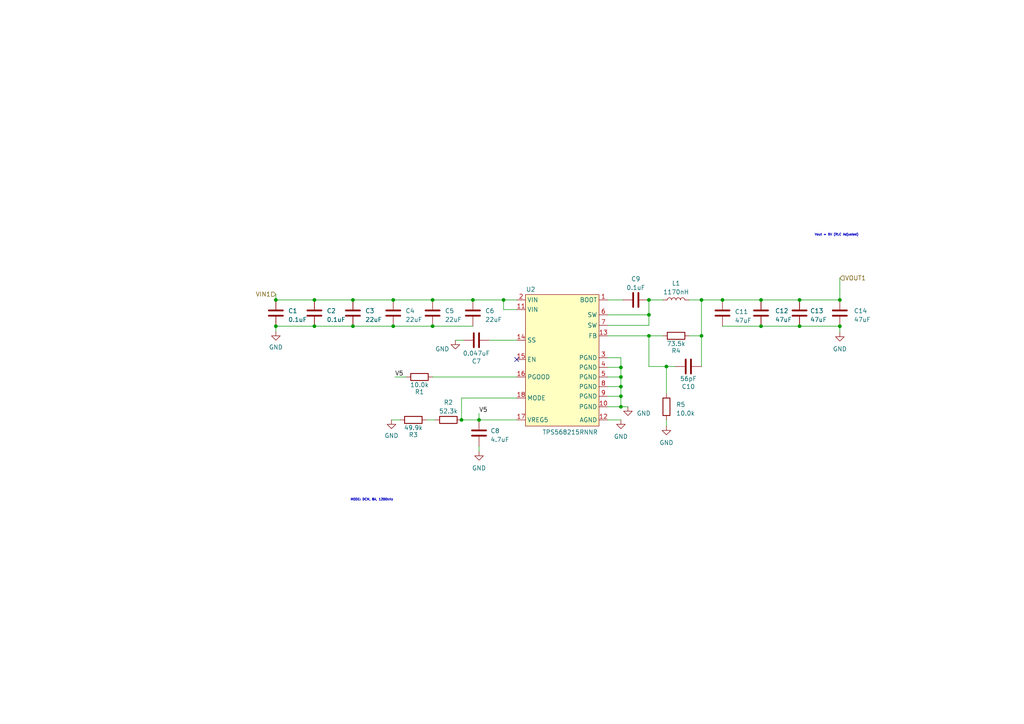
<source format=kicad_sch>
(kicad_sch (version 20230409) (generator eeschema)
  (paper "A4")
  (lib_symbols
    (symbol "Device:C" (pin_numbers hide) (pin_names (offset 0.254))
      (property "Reference" "C" (at 0.635 2.54 0))
      (property "Value" "C" (at 0.635 -2.54 0))
      (symbol "C_0_1"
        (polyline (pts (xy -2.032 -0.762) (xy 2.032 -0.762)) (stroke (width 0.508)))
        (polyline (pts (xy -2.032 0.762) (xy 2.032 0.762)) (stroke (width 0.508)))
      )
      (symbol "C_1_1"
        (pin passive line (at 0 3.81 270) (length 2.794) (name "~") (number "1"))
        (pin passive line (at 0 -3.81 90) (length 2.794) (name "~") (number "2"))
      )
    )
    (symbol "Device:L" (pin_numbers hide) (pin_names (offset 1.016) hide)
      (property "Reference" "L" (at -1.27 0 90))
      (property "Value" "L" (at 1.905 0 90))
      (symbol "L_0_1"
        (arc (start 0 -2.54) (mid 0.6323 -1.905) (end 0 -1.27))
        (arc (start 0 -1.27) (mid 0.6323 -0.635) (end 0 0))
        (arc (start 0 0) (mid 0.6323 0.635) (end 0 1.27))
        (arc (start 0 1.27) (mid 0.6323 1.905) (end 0 2.54))
      )
      (symbol "L_1_1"
        (pin passive line (at 0 3.81 270) (length 1.27) (name "1") (number "1"))
        (pin passive line (at 0 -3.81 90) (length 1.27) (name "2") (number "2"))
      )
    )
    (symbol "Device:R" (pin_numbers hide) (pin_names (offset 0))
      (property "Reference" "R" (at 2.032 0 90))
      (property "Value" "R" (at 0 0 90))
      (symbol "R_0_1"
        (rectangle (start -1.016 -2.54) (end 1.016 2.54) (stroke (width 0.254)))
      )
      (symbol "R_1_1"
        (pin passive line (at 0 3.81 270) (length 1.27) (name "~") (number "1"))
        (pin passive line (at 0 -3.81 90) (length 1.27) (name "~") (number "2"))
      )
    )
    (symbol "power:GND" (power) (pin_names (offset 0))
      (property "Value" "GND" (at 0 -3.81 0))
      (symbol "GND_0_1"
        (polyline (pts (xy 0 0) (xy 0 -1.27) (xy 1.27 -1.27) (xy 0 -2.54) (xy -1.27 -1.27) (xy 0 -1.27)))
      )
      (symbol "GND_1_1"
        (pin power_in line (at 0 0 270) (length 0) hide (name "GND") (number "1"))
      )
    )
    (symbol "tps568215rnnr:TPS568215RNNR"
      (property "Reference" "U" (at -9.906 20.32 0))
      (property "Value" "TPS568215RNNR" (at 3.048 20.32 0))
      (symbol "TPS568215RNNR_1_1"
        (rectangle (start -10.668 18.796) (end 10.668 -19.304) (fill (type background)))
        (pin input line (at 13.208 17.272 180) (length 2.54) (name "BOOT") (number "1"))
        (pin power_in line (at 13.208 -13.716 180) (length 2.54) (name "PGND") (number "10"))
        (pin power_in line (at -13.208 14.478 0) (length 2.54) (name "VIN") (number "11"))
        (pin power_in line (at 13.208 -17.526 180) (length 2.54) (name "AGND") (number "12"))
        (pin output line (at 13.208 6.858 180) (length 2.54) (name "FB") (number "13"))
        (pin input line (at -13.208 5.588 0) (length 2.54) (name "SS") (number "14"))
        (pin input line (at -13.208 0 0) (length 2.54) (name "EN") (number "15"))
        (pin output line (at -13.208 -5.08 0) (length 2.54) (name "PGOOD") (number "16"))
        (pin input line (at -13.208 -17.526 0) (length 2.54) (name "VREG5") (number "17"))
        (pin input line (at -13.208 -11.176 0) (length 2.54) (name "MODE") (number "18"))
        (pin power_in line (at -13.208 17.272 0) (length 2.54) (name "VIN") (number "2"))
        (pin power_in line (at 13.208 0.508 180) (length 2.54) (name "PGND") (number "3"))
        (pin power_in line (at 13.208 -2.286 180) (length 2.54) (name "PGND") (number "4"))
        (pin power_in line (at 13.208 -5.08 180) (length 2.54) (name "PGND") (number "5"))
        (pin output line (at 13.208 12.954 180) (length 2.54) (name "SW") (number "6"))
        (pin output line (at 13.208 9.906 180) (length 2.54) (name "SW") (number "7"))
        (pin power_in line (at 13.208 -7.874 180) (length 2.54) (name "PGND") (number "8"))
        (pin power_in line (at 13.208 -10.668 180) (length 2.54) (name "PGND") (number "9"))
      )
    )
  )
  (junction (at 180.086 112.141))
  (junction (at 188.214 86.995))
  (junction (at 80.01 86.995))
  (junction (at 91.186 94.615))
  (junction (at 180.086 106.553))
  (junction (at 209.55 86.995))
  (junction (at 188.214 91.313))
  (junction (at 243.586 94.615))
  (junction (at 180.086 117.983))
  (junction (at 137.16 86.995))
  (junction (at 114.046 94.615))
  (junction (at 220.726 94.615))
  (junction (at 180.086 109.347))
  (junction (at 102.362 94.615))
  (junction (at 203.454 86.995))
  (junction (at 220.726 86.995))
  (junction (at 193.294 106.299))
  (junction (at 138.938 121.793))
  (junction (at 203.454 97.409))
  (junction (at 91.186 86.995))
  (junction (at 231.902 94.615))
  (junction (at 114.046 86.995))
  (junction (at 125.476 86.995))
  (junction (at 180.086 114.935))
  (junction (at 231.902 86.995))
  (junction (at 188.214 97.409))
  (junction (at 146.05 86.995))
  (junction (at 133.858 121.793))
  (junction (at 243.586 86.995))
  (junction (at 102.362 86.995))
  (junction (at 80.01 94.615))
  (junction (at 125.476 94.615))
  (no_connect (at 149.86 104.267))
  (wire (pts (xy 203.454 86.995) (xy 199.898 86.995)))
  (wire (pts (xy 176.276 106.553) (xy 180.086 106.553)))
  (wire (pts (xy 180.086 103.759) (xy 180.086 106.553)))
  (wire (pts (xy 188.214 94.361) (xy 188.214 91.313)))
  (wire (pts (xy 138.938 129.413) (xy 138.938 130.937)))
  (wire (pts (xy 203.454 86.995) (xy 209.55 86.995)))
  (wire (pts (xy 180.086 117.983) (xy 182.118 117.983)))
  (wire (pts (xy 195.834 106.299) (xy 193.294 106.299)))
  (wire (pts (xy 176.276 117.983) (xy 180.086 117.983)))
  (wire (pts (xy 149.86 89.789) (xy 146.05 89.789)))
  (wire (pts (xy 180.086 112.141) (xy 180.086 114.935)))
  (wire (pts (xy 180.086 109.347) (xy 180.086 112.141)))
  (wire (pts (xy 123.698 121.793) (xy 126.238 121.793)))
  (wire (pts (xy 203.454 97.409) (xy 203.454 86.995)))
  (wire (pts (xy 146.05 89.789) (xy 146.05 86.995)))
  (wire (pts (xy 193.294 106.299) (xy 193.294 114.173)))
  (wire (pts (xy 80.01 86.995) (xy 91.186 86.995)))
  (wire (pts (xy 114.554 109.347) (xy 117.856 109.347)))
  (wire (pts (xy 176.276 112.141) (xy 180.086 112.141)))
  (wire (pts (xy 176.276 86.995) (xy 180.594 86.995)))
  (wire (pts (xy 180.086 106.553) (xy 180.086 109.347)))
  (wire (pts (xy 137.16 86.995) (xy 146.05 86.995)))
  (wire (pts (xy 176.276 94.361) (xy 188.214 94.361)))
  (wire (pts (xy 133.858 115.443) (xy 133.858 121.793)))
  (wire (pts (xy 188.214 91.313) (xy 188.214 86.995)))
  (wire (pts (xy 199.898 97.409) (xy 203.454 97.409)))
  (wire (pts (xy 243.586 80.645) (xy 243.586 86.995)))
  (wire (pts (xy 132.08 98.679) (xy 134.366 98.679)))
  (wire (pts (xy 176.276 121.793) (xy 180.086 121.793)))
  (wire (pts (xy 125.476 94.615) (xy 137.16 94.615)))
  (wire (pts (xy 125.476 109.347) (xy 149.86 109.347)))
  (wire (pts (xy 114.046 86.995) (xy 125.476 86.995)))
  (wire (pts (xy 231.902 86.995) (xy 243.586 86.995)))
  (wire (pts (xy 146.05 86.995) (xy 149.86 86.995)))
  (wire (pts (xy 80.01 94.615) (xy 91.186 94.615)))
  (wire (pts (xy 91.186 86.995) (xy 102.362 86.995)))
  (wire (pts (xy 209.55 94.615) (xy 220.726 94.615)))
  (wire (pts (xy 193.294 121.793) (xy 193.294 123.571)))
  (wire (pts (xy 188.214 97.409) (xy 192.278 97.409)))
  (wire (pts (xy 80.01 94.615) (xy 80.01 96.139)))
  (wire (pts (xy 188.214 86.995) (xy 192.278 86.995)))
  (wire (pts (xy 176.276 114.935) (xy 180.086 114.935)))
  (wire (pts (xy 138.938 119.888) (xy 138.938 121.793)))
  (wire (pts (xy 176.276 103.759) (xy 180.086 103.759)))
  (wire (pts (xy 193.294 106.299) (xy 188.214 106.299)))
  (wire (pts (xy 176.276 97.409) (xy 188.214 97.409)))
  (wire (pts (xy 113.538 121.793) (xy 116.078 121.793)))
  (wire (pts (xy 176.276 91.313) (xy 188.214 91.313)))
  (wire (pts (xy 80.01 85.344) (xy 80.01 86.995)))
  (wire (pts (xy 138.938 121.793) (xy 149.86 121.793)))
  (wire (pts (xy 102.362 86.995) (xy 114.046 86.995)))
  (wire (pts (xy 203.454 106.299) (xy 203.454 97.409)))
  (wire (pts (xy 125.476 86.995) (xy 137.16 86.995)))
  (wire (pts (xy 209.55 86.995) (xy 220.726 86.995)))
  (wire (pts (xy 220.726 94.615) (xy 231.902 94.615)))
  (wire (pts (xy 220.726 86.995) (xy 231.902 86.995)))
  (wire (pts (xy 141.986 98.679) (xy 149.86 98.679)))
  (wire (pts (xy 231.902 94.615) (xy 243.586 94.615)))
  (wire (pts (xy 114.046 94.615) (xy 125.476 94.615)))
  (wire (pts (xy 176.276 109.347) (xy 180.086 109.347)))
  (wire (pts (xy 102.362 94.615) (xy 114.046 94.615)))
  (wire (pts (xy 188.214 106.299) (xy 188.214 97.409)))
  (wire (pts (xy 149.86 115.443) (xy 133.858 115.443)))
  (wire (pts (xy 133.858 121.793) (xy 138.938 121.793)))
  (wire (pts (xy 91.186 94.615) (xy 102.362 94.615)))
  (wire (pts (xy 243.586 94.615) (xy 243.586 96.393)))
  (wire (pts (xy 180.086 114.935) (xy 180.086 117.983)))
  (text "MODE: DCM, 8A, 1200kHz" (at 101.6 145.415 0) (effects (font (size 0.64 0.64)) (justify left bottom)))
  (text "Vout = 5V (RLC Adjusted)" (at 236.22 68.58 0) (effects (font (size 0.64 0.64)) (justify left bottom)))
  (label "V5" (at 114.554 109.347 0))
  (label "V5" (at 138.938 119.888 0))
  (hierarchical_label "VOUT1" (shape input) (at 243.586 80.645 0))
  (hierarchical_label "VIN1" (shape input) (at 80.01 85.344 180))
  (symbol (lib_id "Device:C") (at 138.176 98.679 90) (unit 1)
    (property "Reference" "C7" (at 138.176 104.775 90))
    (property "Value" "0.047uF" (at 138.176 102.489 90))
    (property "Footprint" "Capacitor_SMD:C_0402_1005Metric" (effects hide))
    (instances (project "power" (path "" (reference "C7") (unit 1)) (path "" (reference "C7") (unit 1)) (path "" (reference "C37") (unit 1))))
  )
  (symbol (lib_id "Device:R") (at 121.666 109.347 270) (unit 1)
    (property "Reference" "R1" (at 121.666 113.665 90))
    (property "Value" "10.0k" (at 121.666 111.633 90))
    (property "Footprint" "Resistor_SMD:R_0603_1608Metric" (effects hide))
    (instances (project "power" (path "" (reference "R1") (unit 1)) (path "" (reference "R2") (unit 1)) (path "" (reference "R15") (unit 1))))
  )
  (symbol (lib_id "Device:C") (at 199.644 106.299 90) (unit 1)
    (property "Reference" "C10" (at 199.644 112.141 90))
    (property "Value" "56pF" (at 199.644 109.855 90))
    (property "Footprint" "Capacitor_SMD:C_0402_1005Metric" (effects hide))
    (instances (project "power" (path "" (reference "C10") (unit 1)) (path "" (reference "C10") (unit 1)) (path "" (reference "C40") (unit 1))))
  )
  (symbol (lib_id "tps568215rnnr:TPS568215RNNR") (at 163.068 104.267 0) (unit 1)
    (property "Reference" "U2" (at 153.924 83.947 0))
    (property "Value" "TPS568215RNNR" (at 165.354 125.349 0))
    (property "Footprint" "Power:QFN50P350X350X100-18N" (effects hide))
    (instances (project "power" (path "" (reference "U2") (unit 1)) (path "" (reference "U2") (unit 1)) (path "" (reference "U4") (unit 1))))
  )
  (symbol (lib_id "Device:C") (at 114.046 90.805 0) (unit 1)
    (property "Reference" "C4" (at 117.602 90.17 0) (effects (justify left)))
    (property "Value" "22uF" (at 117.602 92.71 0) (effects (justify left)))
    (property "Footprint" "Capacitor_SMD:C_1206_3216Metric" (effects hide))
    (instances (project "power" (path "" (reference "C4") (unit 1)) (path "" (reference "C4") (unit 1)) (path "" (reference "C34") (unit 1))))
  )
  (symbol (lib_id "Device:L") (at 196.088 86.995 90) (unit 1)
    (property "Reference" "L1" (at 196.088 82.169 90))
    (property "Value" "1170nH" (at 196.088 84.709 90))
    (property "Footprint" "Power:WE-PD_1260_1245_1280_121054" (effects hide))
    (instances (project "power" (path "" (reference "L1") (unit 1)) (path "" (reference "L1") (unit 1)) (path "" (reference "L3") (unit 1))))
  )
  (symbol (lib_id "Device:C") (at 138.938 125.603 0) (unit 1)
    (property "Reference" "C8" (at 142.24 124.968 0) (effects (justify left)))
    (property "Value" "4.7uF" (at 142.24 127.508 0) (effects (justify left)))
    (property "Footprint" "Capacitor_SMD:C_0603_1608Metric" (effects hide))
    (instances (project "power" (path "" (reference "C8") (unit 1)) (path "" (reference "C8") (unit 1)) (path "" (reference "C38") (unit 1))))
  )
  (symbol (lib_id "power:GND") (at 193.294 123.571 0) (unit 1)
    (property "Reference" "#PWR08" (effects hide))
    (property "Value" "GND" (at 193.294 128.397 0))
    (instances (project "power" (path "" (reference "#PWR08") (unit 1)) (path "" (reference "#PWR07") (unit 1)) (path "" (reference "#PWR037") (unit 1))))
  )
  (symbol (lib_id "power:GND") (at 243.586 96.393 0) (unit 1)
    (property "Reference" "#PWR09" (effects hide))
    (property "Value" "GND" (at 243.586 101.219 0))
    (instances (project "power" (path "" (reference "#PWR09") (unit 1)) (path "" (reference "#PWR09") (unit 1)) (path "" (reference "#PWR038") (unit 1))))
  )
  (symbol (lib_id "Device:C") (at 184.404 86.995 90) (unit 1)
    (property "Reference" "C9" (at 184.404 80.899 90))
    (property "Value" "0.1uF" (at 184.404 83.439 90))
    (property "Footprint" "Capacitor_SMD:C_0402_1005Metric" (effects hide))
    (instances (project "power" (path "" (reference "C9") (unit 1)) (path "" (reference "C9") (unit 1)) (path "" (reference "C39") (unit 1))))
  )
  (symbol (lib_id "Device:C") (at 209.55 90.805 0) (unit 1)
    (property "Reference" "C11" (at 213.106 90.424 0) (effects (justify left)))
    (property "Value" "47uF" (at 213.106 92.964 0) (effects (justify left)))
    (property "Footprint" "Capacitor_SMD:C_0805_2012Metric" (effects hide))
    (instances (project "power" (path "" (reference "C11") (unit 1)) (path "" (reference "C11") (unit 1)) (path "" (reference "C41") (unit 1))))
  )
  (symbol (lib_id "power:GND") (at 138.938 130.937 0) (unit 1)
    (property "Reference" "#PWR06" (effects hide))
    (property "Value" "GND" (at 138.938 135.763 0))
    (instances (project "power" (path "" (reference "#PWR06") (unit 1)) (path "" (reference "#PWR04") (unit 1)) (path "" (reference "#PWR034") (unit 1))))
  )
  (symbol (lib_id "power:GND") (at 80.01 96.139 0) (unit 1)
    (property "Reference" "#PWR03" (effects hide))
    (property "Value" "GND" (at 80.01 100.711 0))
    (instances (project "power" (path "" (reference "#PWR03") (unit 1)) (path "" (reference "#PWR01") (unit 1)) (path "" (reference "#PWR016") (unit 1))))
  )
  (symbol (lib_id "power:GND") (at 113.538 121.793 0) (unit 1)
    (property "Reference" "#PWR07" (effects hide))
    (property "Value" "GND" (at 111.506 126.365 0) (effects (justify left)))
    (instances (project "power" (path "" (reference "#PWR07") (unit 1)) (path "" (reference "#PWR02") (unit 1)) (path "" (reference "#PWR027") (unit 1))))
  )
  (symbol (lib_id "Device:C") (at 137.16 90.805 0) (unit 1)
    (property "Reference" "C6" (at 140.716 90.17 0) (effects (justify left)))
    (property "Value" "22uF" (at 140.716 92.71 0) (effects (justify left)))
    (property "Footprint" "Capacitor_SMD:C_1206_3216Metric" (effects hide))
    (instances (project "power" (path "" (reference "C6") (unit 1)) (path "" (reference "C6") (unit 1)) (path "" (reference "C36") (unit 1))))
  )
  (symbol (lib_id "Device:C") (at 80.01 90.805 0) (unit 1)
    (property "Reference" "C1" (at 83.566 90.17 0) (effects (justify left)))
    (property "Value" "0.1uF" (at 83.566 92.71 0) (effects (justify left)))
    (property "Footprint" "Capacitor_SMD:C_0603_1608Metric" (effects hide))
    (instances (project "power" (path "" (reference "C1") (unit 1)) (path "" (reference "C1") (unit 1)) (path "" (reference "C31") (unit 1))))
  )
  (symbol (lib_id "Device:C") (at 231.902 90.805 0) (unit 1)
    (property "Reference" "C13" (at 234.95 90.17 0) (effects (justify left)))
    (property "Value" "47uF" (at 234.95 92.71 0) (effects (justify left)))
    (property "Footprint" "Capacitor_SMD:C_0805_2012Metric" (effects hide))
    (instances (project "power" (path "" (reference "C13") (unit 1)) (path "" (reference "C13") (unit 1)) (path "" (reference "C43") (unit 1))))
  )
  (symbol (lib_id "Device:R") (at 196.088 97.409 270) (unit 1)
    (property "Reference" "R4" (at 196.088 101.727 90))
    (property "Value" "73.5k" (at 196.088 99.695 90))
    (property "Footprint" "Resistor_SMD:R_0201_0603Metric" (effects hide))
    (instances (project "power" (path "" (reference "R4") (unit 1)) (path "" (reference "R5") (unit 1)) (path "" (reference "R18") (unit 1))))
  )
  (symbol (lib_id "Device:C") (at 243.586 90.805 0) (unit 1)
    (property "Reference" "C14" (at 247.65 90.17 0) (effects (justify left)))
    (property "Value" "47uF" (at 247.65 92.71 0) (effects (justify left)))
    (property "Footprint" "Capacitor_SMD:C_0805_2012Metric" (effects hide))
    (instances (project "power" (path "" (reference "C14") (unit 1)) (path "" (reference "C14") (unit 1)) (path "" (reference "C44") (unit 1))))
  )
  (symbol (lib_id "power:GND") (at 182.118 117.983 0) (unit 1)
    (property "Reference" "#PWR01" (effects hide))
    (property "Value" "GND" (at 184.658 119.888 0) (effects (justify left)))
    (instances (project "power" (path "" (reference "#PWR01") (unit 1)) (path "" (reference "#PWR06") (unit 1)) (path "" (reference "#PWR036") (unit 1))))
  )
  (symbol (lib_id "Device:C") (at 125.476 90.805 0) (unit 1)
    (property "Reference" "C5" (at 129.032 90.17 0) (effects (justify left)))
    (property "Value" "22uF" (at 129.032 92.71 0) (effects (justify left)))
    (property "Footprint" "Capacitor_SMD:C_1206_3216Metric" (effects hide))
    (instances (project "power" (path "" (reference "C5") (unit 1)) (path "" (reference "C5") (unit 1)) (path "" (reference "C35") (unit 1))))
  )
  (symbol (lib_id "Device:C") (at 91.186 90.805 0) (unit 1)
    (property "Reference" "C2" (at 94.742 90.17 0) (effects (justify left)))
    (property "Value" "0.1uF" (at 94.742 92.71 0) (effects (justify left)))
    (property "Footprint" "Capacitor_SMD:C_0603_1608Metric" (effects hide))
    (instances (project "power" (path "" (reference "C2") (unit 1)) (path "" (reference "C2") (unit 1)) (path "" (reference "C32") (unit 1))))
  )
  (symbol (lib_id "power:GND") (at 132.08 98.679 0) (unit 1)
    (property "Reference" "#PWR04" (effects hide))
    (property "Value" "GND" (at 126.238 101.219 0) (effects (justify left)))
    (instances (project "power" (path "" (reference "#PWR04") (unit 1)) (path "" (reference "#PWR03") (unit 1)) (path "" (reference "#PWR028") (unit 1))))
  )
  (symbol (lib_id "Device:C") (at 102.362 90.805 0) (unit 1)
    (property "Reference" "C3" (at 105.918 90.17 0) (effects (justify left)))
    (property "Value" "22uF" (at 105.918 92.71 0) (effects (justify left)))
    (property "Footprint" "Capacitor_SMD:C_1206_3216Metric" (effects hide))
    (instances (project "power" (path "" (reference "C3") (unit 1)) (path "" (reference "C3") (unit 1)) (path "" (reference "C33") (unit 1))))
  )
  (symbol (lib_id "Device:R") (at 130.048 121.793 90) (unit 1)
    (property "Reference" "R2" (at 130.048 116.713 90))
    (property "Value" "52.3k" (at 130.048 119.253 90))
    (property "Footprint" "Resistor_SMD:R_0201_0603Metric" (effects hide))
    (instances (project "power" (path "" (reference "R2") (unit 1)) (path "" (reference "R3") (unit 1)) (path "" (reference "R16") (unit 1))))
  )
  (symbol (lib_id "Device:R") (at 193.294 117.983 0) (unit 1)
    (property "Reference" "R5" (at 196.088 117.348 0) (effects (justify left)))
    (property "Value" "10.0k" (at 196.088 119.888 0) (effects (justify left)))
    (property "Footprint" "Resistor_SMD:R_0603_1608Metric" (effects hide))
    (instances (project "power" (path "" (reference "R5") (unit 1)) (path "" (reference "R4") (unit 1)) (path "" (reference "R17") (unit 1))))
  )
  (symbol (lib_id "power:GND") (at 180.086 121.793 0) (unit 1)
    (property "Reference" "#PWR05" (effects hide))
    (property "Value" "GND" (at 180.086 126.619 0))
    (instances (project "power" (path "" (reference "#PWR05") (unit 1)) (path "" (reference "#PWR05") (unit 1)) (path "" (reference "#PWR035") (unit 1))))
  )
  (symbol (lib_id "Device:R") (at 119.888 121.793 270) (unit 1)
    (property "Reference" "R3" (at 119.888 126.111 90))
    (property "Value" "49.9k" (at 119.888 124.079 90))
    (property "Footprint" "Resistor_SMD:R_0201_0603Metric" (effects hide))
    (instances (project "power" (path "" (reference "R3") (unit 1)) (path "" (reference "R1") (unit 1)) (path "" (reference "R14") (unit 1))))
  )
  (symbol (lib_id "Device:C") (at 220.726 90.805 0) (unit 1)
    (property "Reference" "C12" (at 224.79 90.17 0) (effects (justify left)))
    (property "Value" "47uF" (at 224.79 92.71 0) (effects (justify left)))
    (property "Footprint" "Capacitor_SMD:C_0805_2012Metric" (effects hide))
    (instances (project "power" (path "" (reference "C12") (unit 1)) (path "" (reference "C12") (unit 1)) (path "" (reference "C42") (unit 1))))
  )
)
</source>
